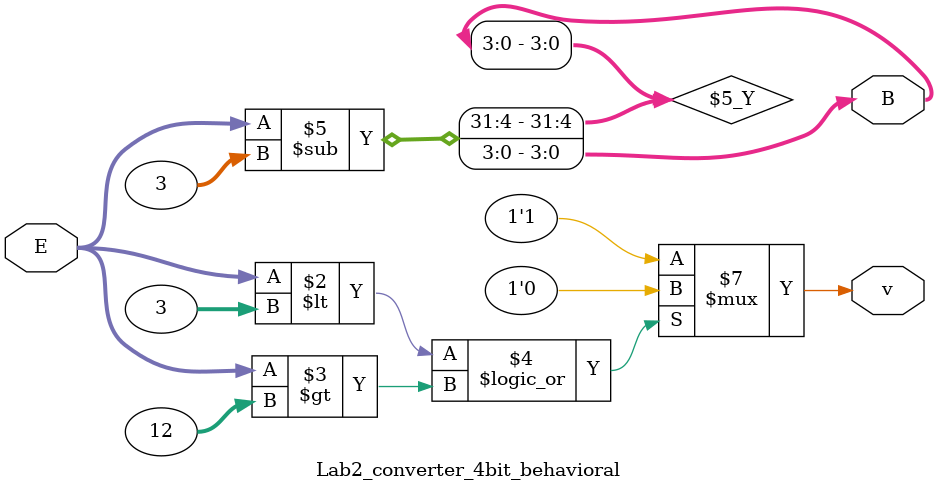
<source format=v>
module Lab2_converter_4bit_behavioral (input [3:0] E, output reg [3:0] B, output reg v);
    always @(E) begin
        if (E < 3 || E > 12) v = 0;
        else v = 1;
        B = E - 3;
    end
endmodule
</source>
